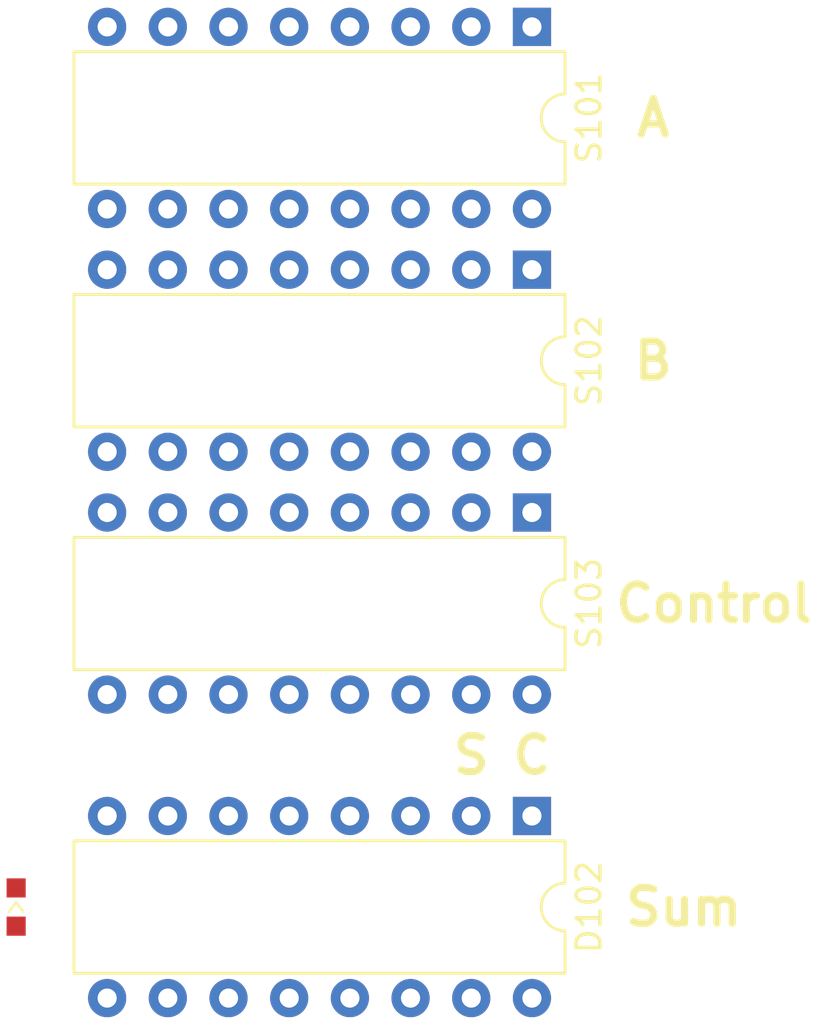
<source format=kicad_pcb>
(kicad_pcb (version 4) (host pcbnew 4.0.5+dfsg1-4)

  (general
    (links 13)
    (no_connects 13)
    (area 129.934999 24.074999 243.301602 89.9168)
    (thickness 1.6)
    (drawings 6)
    (tracks 0)
    (zones 0)
    (modules 5)
    (nets 30)
  )

  (page A4)
  (layers
    (0 F.Cu signal)
    (31 B.Cu signal)
    (32 B.Adhes user)
    (33 F.Adhes user)
    (34 B.Paste user)
    (35 F.Paste user)
    (36 B.SilkS user)
    (37 F.SilkS user)
    (38 B.Mask user)
    (39 F.Mask user)
    (40 Dwgs.User user)
    (41 Cmts.User user)
    (42 Eco1.User user)
    (43 Eco2.User user)
    (44 Edge.Cuts user)
    (45 Margin user)
    (46 B.CrtYd user)
    (47 F.CrtYd user)
    (48 B.Fab user)
    (49 F.Fab user)
  )

  (setup
    (last_trace_width 0.25)
    (trace_clearance 0.2)
    (zone_clearance 0.508)
    (zone_45_only no)
    (trace_min 0.2)
    (segment_width 0.2)
    (edge_width 0.1)
    (via_size 0.6)
    (via_drill 0.4)
    (via_min_size 0.4)
    (via_min_drill 0.3)
    (uvia_size 0.3)
    (uvia_drill 0.1)
    (uvias_allowed no)
    (uvia_min_size 0.2)
    (uvia_min_drill 0.1)
    (pcb_text_width 0.3)
    (pcb_text_size 1.5 1.5)
    (mod_edge_width 0.15)
    (mod_text_size 1 1)
    (mod_text_width 0.15)
    (pad_size 1.5 1.5)
    (pad_drill 0.6)
    (pad_to_mask_clearance 0)
    (aux_axis_origin 0 0)
    (visible_elements FFFFFF7F)
    (pcbplotparams
      (layerselection 0x00030_80000001)
      (usegerberextensions false)
      (excludeedgelayer true)
      (linewidth 0.100000)
      (plotframeref false)
      (viasonmask false)
      (mode 1)
      (useauxorigin false)
      (hpglpennumber 1)
      (hpglpenspeed 20)
      (hpglpendiameter 15)
      (hpglpenoverlay 2)
      (psnegative false)
      (psa4output false)
      (plotreference true)
      (plotvalue true)
      (plotinvisibletext false)
      (padsonsilk false)
      (subtractmaskfromsilk false)
      (outputformat 1)
      (mirror false)
      (drillshape 1)
      (scaleselection 1)
      (outputdirectory ""))
  )

  (net 0 "")
  (net 1 /K)
  (net 2 GND)
  (net 3 /S7)
  (net 4 /S6)
  (net 5 /S5)
  (net 6 /S4)
  (net 7 /S3)
  (net 8 /S2)
  (net 9 /S1)
  (net 10 /S0)
  (net 11 VCC)
  (net 12 /A7)
  (net 13 /A6)
  (net 14 /A5)
  (net 15 /A4)
  (net 16 /A3)
  (net 17 /A2)
  (net 18 /A1)
  (net 19 /A0)
  (net 20 /B7)
  (net 21 /B6)
  (net 22 /B5)
  (net 23 /B4)
  (net 24 /B3)
  (net 25 /B2)
  (net 26 /B1)
  (net 27 /B0)
  (net 28 /SUB)
  (net 29 /C0)

  (net_class Default "This is the default net class."
    (clearance 0.2)
    (trace_width 0.25)
    (via_dia 0.6)
    (via_drill 0.4)
    (uvia_dia 0.3)
    (uvia_drill 0.1)
    (add_net /A0)
    (add_net /A1)
    (add_net /A2)
    (add_net /A3)
    (add_net /A4)
    (add_net /A5)
    (add_net /A6)
    (add_net /A7)
    (add_net /B0)
    (add_net /B1)
    (add_net /B2)
    (add_net /B3)
    (add_net /B4)
    (add_net /B5)
    (add_net /B6)
    (add_net /B7)
    (add_net /C0)
    (add_net /K)
    (add_net /S0)
    (add_net /S1)
    (add_net /S2)
    (add_net /S3)
    (add_net /S4)
    (add_net /S5)
    (add_net /S6)
    (add_net /S7)
    (add_net /SUB)
    (add_net GND)
    (add_net VCC)
  )

  (module KwanSystems:D_0603 (layer F.Cu) (tedit 59096247) (tstamp 59710CEF)
    (at 130.81 62.23 270)
    (descr "LED 0603 smd package")
    (tags "LED led 0603 SMD smd SMT smt smdled SMDLED smtled SMTLED")
    (path /5970F37E)
    (attr smd)
    (fp_text reference D101 (at 1.2 -0.5 270) (layer F.Fab)
      (effects (font (size 0.2 0.2) (thickness 0.015)))
    )
    (fp_text value K (at 1.1 0.5 270) (layer F.Fab)
      (effects (font (size 0.2 0.2) (thickness 0.015)))
    )
    (fp_line (start -0.2 0) (end 0.2 -0.3) (layer F.SilkS) (width 0.1))
    (fp_line (start 0.2 0.3) (end -0.2 0) (layer F.SilkS) (width 0.1))
    (fp_line (start 0.8 0.4) (end -0.8 0.4) (layer F.Fab) (width 0.1))
    (fp_line (start 0.8 -0.4) (end 0.8 0.4) (layer F.Fab) (width 0.1))
    (fp_line (start -0.8 -0.4) (end 0.8 -0.4) (layer F.Fab) (width 0.1))
    (fp_line (start -0.8 0.4) (end -0.8 -0.4) (layer F.Fab) (width 0.1))
    (fp_line (start 1.45 -0.65) (end 1.45 0.65) (layer F.CrtYd) (width 0.05))
    (fp_line (start 1.45 0.65) (end -1.45 0.65) (layer F.CrtYd) (width 0.05))
    (fp_line (start -1.45 0.65) (end -1.45 -0.65) (layer F.CrtYd) (width 0.05))
    (fp_line (start -1.45 -0.65) (end 1.45 -0.65) (layer F.CrtYd) (width 0.05))
    (pad 2 smd rect (at 0.8 0 90) (size 0.8 0.8) (layers F.Cu F.Paste F.Mask)
      (net 1 /K))
    (pad 1 smd rect (at -0.8 0 90) (size 0.8 0.8) (layers F.Cu F.Paste F.Mask)
      (net 2 GND))
    (model LEDs.3dshapes/LED_0603.wrl
      (at (xyz 0 0 0))
      (scale (xyz 1 1 1))
      (rotate (xyz 0 0 180))
    )
  )

  (module Housings_DIP:DIP-16_W7.62mm (layer F.Cu) (tedit 58CC8E2D) (tstamp 59710D13)
    (at 152.4 58.42 270)
    (descr "16-lead dip package, row spacing 7.62 mm (300 mils)")
    (tags "DIL DIP PDIP 2.54mm 7.62mm 300mil")
    (path /59710800)
    (fp_text reference D102 (at 3.81 -2.39 270) (layer F.SilkS)
      (effects (font (size 1 1) (thickness 0.15)))
    )
    (fp_text value S (at 3.81 20.17 270) (layer F.Fab)
      (effects (font (size 1 1) (thickness 0.15)))
    )
    (fp_text user %R (at 3.81 8.89 270) (layer F.Fab)
      (effects (font (size 1 1) (thickness 0.15)))
    )
    (fp_line (start 1.635 -1.27) (end 6.985 -1.27) (layer F.Fab) (width 0.1))
    (fp_line (start 6.985 -1.27) (end 6.985 19.05) (layer F.Fab) (width 0.1))
    (fp_line (start 6.985 19.05) (end 0.635 19.05) (layer F.Fab) (width 0.1))
    (fp_line (start 0.635 19.05) (end 0.635 -0.27) (layer F.Fab) (width 0.1))
    (fp_line (start 0.635 -0.27) (end 1.635 -1.27) (layer F.Fab) (width 0.1))
    (fp_line (start 2.81 -1.39) (end 1.04 -1.39) (layer F.SilkS) (width 0.12))
    (fp_line (start 1.04 -1.39) (end 1.04 19.17) (layer F.SilkS) (width 0.12))
    (fp_line (start 1.04 19.17) (end 6.58 19.17) (layer F.SilkS) (width 0.12))
    (fp_line (start 6.58 19.17) (end 6.58 -1.39) (layer F.SilkS) (width 0.12))
    (fp_line (start 6.58 -1.39) (end 4.81 -1.39) (layer F.SilkS) (width 0.12))
    (fp_line (start -1.1 -1.6) (end -1.1 19.3) (layer F.CrtYd) (width 0.05))
    (fp_line (start -1.1 19.3) (end 8.7 19.3) (layer F.CrtYd) (width 0.05))
    (fp_line (start 8.7 19.3) (end 8.7 -1.6) (layer F.CrtYd) (width 0.05))
    (fp_line (start 8.7 -1.6) (end -1.1 -1.6) (layer F.CrtYd) (width 0.05))
    (fp_arc (start 3.81 -1.39) (end 2.81 -1.39) (angle -180) (layer F.SilkS) (width 0.12))
    (pad 1 thru_hole rect (at 0 0 270) (size 1.6 1.6) (drill 0.8) (layers *.Cu *.Mask)
      (net 2 GND))
    (pad 9 thru_hole oval (at 7.62 17.78 270) (size 1.6 1.6) (drill 0.8) (layers *.Cu *.Mask)
      (net 3 /S7))
    (pad 2 thru_hole oval (at 0 2.54 270) (size 1.6 1.6) (drill 0.8) (layers *.Cu *.Mask)
      (net 2 GND))
    (pad 10 thru_hole oval (at 7.62 15.24 270) (size 1.6 1.6) (drill 0.8) (layers *.Cu *.Mask)
      (net 4 /S6))
    (pad 3 thru_hole oval (at 0 5.08 270) (size 1.6 1.6) (drill 0.8) (layers *.Cu *.Mask)
      (net 2 GND))
    (pad 11 thru_hole oval (at 7.62 12.7 270) (size 1.6 1.6) (drill 0.8) (layers *.Cu *.Mask)
      (net 5 /S5))
    (pad 4 thru_hole oval (at 0 7.62 270) (size 1.6 1.6) (drill 0.8) (layers *.Cu *.Mask)
      (net 2 GND))
    (pad 12 thru_hole oval (at 7.62 10.16 270) (size 1.6 1.6) (drill 0.8) (layers *.Cu *.Mask)
      (net 6 /S4))
    (pad 5 thru_hole oval (at 0 10.16 270) (size 1.6 1.6) (drill 0.8) (layers *.Cu *.Mask)
      (net 2 GND))
    (pad 13 thru_hole oval (at 7.62 7.62 270) (size 1.6 1.6) (drill 0.8) (layers *.Cu *.Mask)
      (net 7 /S3))
    (pad 6 thru_hole oval (at 0 12.7 270) (size 1.6 1.6) (drill 0.8) (layers *.Cu *.Mask)
      (net 2 GND))
    (pad 14 thru_hole oval (at 7.62 5.08 270) (size 1.6 1.6) (drill 0.8) (layers *.Cu *.Mask)
      (net 8 /S2))
    (pad 7 thru_hole oval (at 0 15.24 270) (size 1.6 1.6) (drill 0.8) (layers *.Cu *.Mask)
      (net 2 GND))
    (pad 15 thru_hole oval (at 7.62 2.54 270) (size 1.6 1.6) (drill 0.8) (layers *.Cu *.Mask)
      (net 9 /S1))
    (pad 8 thru_hole oval (at 0 17.78 270) (size 1.6 1.6) (drill 0.8) (layers *.Cu *.Mask)
      (net 2 GND))
    (pad 16 thru_hole oval (at 7.62 0 270) (size 1.6 1.6) (drill 0.8) (layers *.Cu *.Mask)
      (net 10 /S0))
    (model ${KISYS3DMOD}/Housings_DIP.3dshapes/DIP-16_W7.62mm.wrl
      (at (xyz 0 0 0))
      (scale (xyz 1 1 1))
      (rotate (xyz 0 0 0))
    )
  )

  (module Housings_DIP:DIP-16_W7.62mm locked (layer F.Cu) (tedit 58CC8E2D) (tstamp 59710D37)
    (at 152.4 25.4 270)
    (descr "16-lead dip package, row spacing 7.62 mm (300 mils)")
    (tags "DIL DIP PDIP 2.54mm 7.62mm 300mil")
    (path /5970FD98)
    (fp_text reference S101 (at 3.81 -2.39 270) (layer F.SilkS)
      (effects (font (size 1 1) (thickness 0.15)))
    )
    (fp_text value A (at 3.81 20.17 270) (layer F.Fab)
      (effects (font (size 1 1) (thickness 0.15)))
    )
    (fp_text user %R (at 3.81 8.89 270) (layer F.Fab)
      (effects (font (size 1 1) (thickness 0.15)))
    )
    (fp_line (start 1.635 -1.27) (end 6.985 -1.27) (layer F.Fab) (width 0.1))
    (fp_line (start 6.985 -1.27) (end 6.985 19.05) (layer F.Fab) (width 0.1))
    (fp_line (start 6.985 19.05) (end 0.635 19.05) (layer F.Fab) (width 0.1))
    (fp_line (start 0.635 19.05) (end 0.635 -0.27) (layer F.Fab) (width 0.1))
    (fp_line (start 0.635 -0.27) (end 1.635 -1.27) (layer F.Fab) (width 0.1))
    (fp_line (start 2.81 -1.39) (end 1.04 -1.39) (layer F.SilkS) (width 0.12))
    (fp_line (start 1.04 -1.39) (end 1.04 19.17) (layer F.SilkS) (width 0.12))
    (fp_line (start 1.04 19.17) (end 6.58 19.17) (layer F.SilkS) (width 0.12))
    (fp_line (start 6.58 19.17) (end 6.58 -1.39) (layer F.SilkS) (width 0.12))
    (fp_line (start 6.58 -1.39) (end 4.81 -1.39) (layer F.SilkS) (width 0.12))
    (fp_line (start -1.1 -1.6) (end -1.1 19.3) (layer F.CrtYd) (width 0.05))
    (fp_line (start -1.1 19.3) (end 8.7 19.3) (layer F.CrtYd) (width 0.05))
    (fp_line (start 8.7 19.3) (end 8.7 -1.6) (layer F.CrtYd) (width 0.05))
    (fp_line (start 8.7 -1.6) (end -1.1 -1.6) (layer F.CrtYd) (width 0.05))
    (fp_arc (start 3.81 -1.39) (end 2.81 -1.39) (angle -180) (layer F.SilkS) (width 0.12))
    (pad 1 thru_hole rect (at 0 0 270) (size 1.6 1.6) (drill 0.8) (layers *.Cu *.Mask)
      (net 11 VCC))
    (pad 9 thru_hole oval (at 7.62 17.78 270) (size 1.6 1.6) (drill 0.8) (layers *.Cu *.Mask)
      (net 12 /A7))
    (pad 2 thru_hole oval (at 0 2.54 270) (size 1.6 1.6) (drill 0.8) (layers *.Cu *.Mask))
    (pad 10 thru_hole oval (at 7.62 15.24 270) (size 1.6 1.6) (drill 0.8) (layers *.Cu *.Mask)
      (net 13 /A6))
    (pad 3 thru_hole oval (at 0 5.08 270) (size 1.6 1.6) (drill 0.8) (layers *.Cu *.Mask))
    (pad 11 thru_hole oval (at 7.62 12.7 270) (size 1.6 1.6) (drill 0.8) (layers *.Cu *.Mask)
      (net 14 /A5))
    (pad 4 thru_hole oval (at 0 7.62 270) (size 1.6 1.6) (drill 0.8) (layers *.Cu *.Mask))
    (pad 12 thru_hole oval (at 7.62 10.16 270) (size 1.6 1.6) (drill 0.8) (layers *.Cu *.Mask)
      (net 15 /A4))
    (pad 5 thru_hole oval (at 0 10.16 270) (size 1.6 1.6) (drill 0.8) (layers *.Cu *.Mask))
    (pad 13 thru_hole oval (at 7.62 7.62 270) (size 1.6 1.6) (drill 0.8) (layers *.Cu *.Mask)
      (net 16 /A3))
    (pad 6 thru_hole oval (at 0 12.7 270) (size 1.6 1.6) (drill 0.8) (layers *.Cu *.Mask))
    (pad 14 thru_hole oval (at 7.62 5.08 270) (size 1.6 1.6) (drill 0.8) (layers *.Cu *.Mask)
      (net 17 /A2))
    (pad 7 thru_hole oval (at 0 15.24 270) (size 1.6 1.6) (drill 0.8) (layers *.Cu *.Mask))
    (pad 15 thru_hole oval (at 7.62 2.54 270) (size 1.6 1.6) (drill 0.8) (layers *.Cu *.Mask)
      (net 18 /A1))
    (pad 8 thru_hole oval (at 0 17.78 270) (size 1.6 1.6) (drill 0.8) (layers *.Cu *.Mask)
      (net 2 GND))
    (pad 16 thru_hole oval (at 7.62 0 270) (size 1.6 1.6) (drill 0.8) (layers *.Cu *.Mask)
      (net 19 /A0))
    (model ${KISYS3DMOD}/Housings_DIP.3dshapes/DIP-16_W7.62mm.wrl
      (at (xyz 0 0 0))
      (scale (xyz 1 1 1))
      (rotate (xyz 0 0 0))
    )
  )

  (module Housings_DIP:DIP-16_W7.62mm (layer F.Cu) (tedit 58CC8E2D) (tstamp 59710D5B)
    (at 152.4 35.56 270)
    (descr "16-lead dip package, row spacing 7.62 mm (300 mils)")
    (tags "DIL DIP PDIP 2.54mm 7.62mm 300mil")
    (path /59710157)
    (fp_text reference S102 (at 3.81 -2.39 270) (layer F.SilkS)
      (effects (font (size 1 1) (thickness 0.15)))
    )
    (fp_text value B (at 3.81 20.17 270) (layer F.Fab)
      (effects (font (size 1 1) (thickness 0.15)))
    )
    (fp_text user %R (at 3.81 8.89 270) (layer F.Fab)
      (effects (font (size 1 1) (thickness 0.15)))
    )
    (fp_line (start 1.635 -1.27) (end 6.985 -1.27) (layer F.Fab) (width 0.1))
    (fp_line (start 6.985 -1.27) (end 6.985 19.05) (layer F.Fab) (width 0.1))
    (fp_line (start 6.985 19.05) (end 0.635 19.05) (layer F.Fab) (width 0.1))
    (fp_line (start 0.635 19.05) (end 0.635 -0.27) (layer F.Fab) (width 0.1))
    (fp_line (start 0.635 -0.27) (end 1.635 -1.27) (layer F.Fab) (width 0.1))
    (fp_line (start 2.81 -1.39) (end 1.04 -1.39) (layer F.SilkS) (width 0.12))
    (fp_line (start 1.04 -1.39) (end 1.04 19.17) (layer F.SilkS) (width 0.12))
    (fp_line (start 1.04 19.17) (end 6.58 19.17) (layer F.SilkS) (width 0.12))
    (fp_line (start 6.58 19.17) (end 6.58 -1.39) (layer F.SilkS) (width 0.12))
    (fp_line (start 6.58 -1.39) (end 4.81 -1.39) (layer F.SilkS) (width 0.12))
    (fp_line (start -1.1 -1.6) (end -1.1 19.3) (layer F.CrtYd) (width 0.05))
    (fp_line (start -1.1 19.3) (end 8.7 19.3) (layer F.CrtYd) (width 0.05))
    (fp_line (start 8.7 19.3) (end 8.7 -1.6) (layer F.CrtYd) (width 0.05))
    (fp_line (start 8.7 -1.6) (end -1.1 -1.6) (layer F.CrtYd) (width 0.05))
    (fp_arc (start 3.81 -1.39) (end 2.81 -1.39) (angle -180) (layer F.SilkS) (width 0.12))
    (pad 1 thru_hole rect (at 0 0 270) (size 1.6 1.6) (drill 0.8) (layers *.Cu *.Mask)
      (net 11 VCC))
    (pad 9 thru_hole oval (at 7.62 17.78 270) (size 1.6 1.6) (drill 0.8) (layers *.Cu *.Mask)
      (net 20 /B7))
    (pad 2 thru_hole oval (at 0 2.54 270) (size 1.6 1.6) (drill 0.8) (layers *.Cu *.Mask))
    (pad 10 thru_hole oval (at 7.62 15.24 270) (size 1.6 1.6) (drill 0.8) (layers *.Cu *.Mask)
      (net 21 /B6))
    (pad 3 thru_hole oval (at 0 5.08 270) (size 1.6 1.6) (drill 0.8) (layers *.Cu *.Mask))
    (pad 11 thru_hole oval (at 7.62 12.7 270) (size 1.6 1.6) (drill 0.8) (layers *.Cu *.Mask)
      (net 22 /B5))
    (pad 4 thru_hole oval (at 0 7.62 270) (size 1.6 1.6) (drill 0.8) (layers *.Cu *.Mask))
    (pad 12 thru_hole oval (at 7.62 10.16 270) (size 1.6 1.6) (drill 0.8) (layers *.Cu *.Mask)
      (net 23 /B4))
    (pad 5 thru_hole oval (at 0 10.16 270) (size 1.6 1.6) (drill 0.8) (layers *.Cu *.Mask))
    (pad 13 thru_hole oval (at 7.62 7.62 270) (size 1.6 1.6) (drill 0.8) (layers *.Cu *.Mask)
      (net 24 /B3))
    (pad 6 thru_hole oval (at 0 12.7 270) (size 1.6 1.6) (drill 0.8) (layers *.Cu *.Mask))
    (pad 14 thru_hole oval (at 7.62 5.08 270) (size 1.6 1.6) (drill 0.8) (layers *.Cu *.Mask)
      (net 25 /B2))
    (pad 7 thru_hole oval (at 0 15.24 270) (size 1.6 1.6) (drill 0.8) (layers *.Cu *.Mask))
    (pad 15 thru_hole oval (at 7.62 2.54 270) (size 1.6 1.6) (drill 0.8) (layers *.Cu *.Mask)
      (net 26 /B1))
    (pad 8 thru_hole oval (at 0 17.78 270) (size 1.6 1.6) (drill 0.8) (layers *.Cu *.Mask)
      (net 2 GND))
    (pad 16 thru_hole oval (at 7.62 0 270) (size 1.6 1.6) (drill 0.8) (layers *.Cu *.Mask)
      (net 27 /B0))
    (model ${KISYS3DMOD}/Housings_DIP.3dshapes/DIP-16_W7.62mm.wrl
      (at (xyz 0 0 0))
      (scale (xyz 1 1 1))
      (rotate (xyz 0 0 0))
    )
  )

  (module Housings_DIP:DIP-16_W7.62mm (layer F.Cu) (tedit 58CC8E2D) (tstamp 59710D7F)
    (at 152.4 45.72 270)
    (descr "16-lead dip package, row spacing 7.62 mm (300 mils)")
    (tags "DIL DIP PDIP 2.54mm 7.62mm 300mil")
    (path /59710E50)
    (fp_text reference S103 (at 3.81 -2.39 270) (layer F.SilkS)
      (effects (font (size 1 1) (thickness 0.15)))
    )
    (fp_text value C (at 3.81 20.17 270) (layer F.Fab)
      (effects (font (size 1 1) (thickness 0.15)))
    )
    (fp_text user %R (at 3.81 8.89 270) (layer F.Fab)
      (effects (font (size 1 1) (thickness 0.15)))
    )
    (fp_line (start 1.635 -1.27) (end 6.985 -1.27) (layer F.Fab) (width 0.1))
    (fp_line (start 6.985 -1.27) (end 6.985 19.05) (layer F.Fab) (width 0.1))
    (fp_line (start 6.985 19.05) (end 0.635 19.05) (layer F.Fab) (width 0.1))
    (fp_line (start 0.635 19.05) (end 0.635 -0.27) (layer F.Fab) (width 0.1))
    (fp_line (start 0.635 -0.27) (end 1.635 -1.27) (layer F.Fab) (width 0.1))
    (fp_line (start 2.81 -1.39) (end 1.04 -1.39) (layer F.SilkS) (width 0.12))
    (fp_line (start 1.04 -1.39) (end 1.04 19.17) (layer F.SilkS) (width 0.12))
    (fp_line (start 1.04 19.17) (end 6.58 19.17) (layer F.SilkS) (width 0.12))
    (fp_line (start 6.58 19.17) (end 6.58 -1.39) (layer F.SilkS) (width 0.12))
    (fp_line (start 6.58 -1.39) (end 4.81 -1.39) (layer F.SilkS) (width 0.12))
    (fp_line (start -1.1 -1.6) (end -1.1 19.3) (layer F.CrtYd) (width 0.05))
    (fp_line (start -1.1 19.3) (end 8.7 19.3) (layer F.CrtYd) (width 0.05))
    (fp_line (start 8.7 19.3) (end 8.7 -1.6) (layer F.CrtYd) (width 0.05))
    (fp_line (start 8.7 -1.6) (end -1.1 -1.6) (layer F.CrtYd) (width 0.05))
    (fp_arc (start 3.81 -1.39) (end 2.81 -1.39) (angle -180) (layer F.SilkS) (width 0.12))
    (pad 1 thru_hole rect (at 0 0 270) (size 1.6 1.6) (drill 0.8) (layers *.Cu *.Mask)
      (net 11 VCC))
    (pad 9 thru_hole oval (at 7.62 17.78 270) (size 1.6 1.6) (drill 0.8) (layers *.Cu *.Mask))
    (pad 2 thru_hole oval (at 0 2.54 270) (size 1.6 1.6) (drill 0.8) (layers *.Cu *.Mask))
    (pad 10 thru_hole oval (at 7.62 15.24 270) (size 1.6 1.6) (drill 0.8) (layers *.Cu *.Mask))
    (pad 3 thru_hole oval (at 0 5.08 270) (size 1.6 1.6) (drill 0.8) (layers *.Cu *.Mask))
    (pad 11 thru_hole oval (at 7.62 12.7 270) (size 1.6 1.6) (drill 0.8) (layers *.Cu *.Mask))
    (pad 4 thru_hole oval (at 0 7.62 270) (size 1.6 1.6) (drill 0.8) (layers *.Cu *.Mask))
    (pad 12 thru_hole oval (at 7.62 10.16 270) (size 1.6 1.6) (drill 0.8) (layers *.Cu *.Mask))
    (pad 5 thru_hole oval (at 0 10.16 270) (size 1.6 1.6) (drill 0.8) (layers *.Cu *.Mask))
    (pad 13 thru_hole oval (at 7.62 7.62 270) (size 1.6 1.6) (drill 0.8) (layers *.Cu *.Mask))
    (pad 6 thru_hole oval (at 0 12.7 270) (size 1.6 1.6) (drill 0.8) (layers *.Cu *.Mask))
    (pad 14 thru_hole oval (at 7.62 5.08 270) (size 1.6 1.6) (drill 0.8) (layers *.Cu *.Mask))
    (pad 7 thru_hole oval (at 0 15.24 270) (size 1.6 1.6) (drill 0.8) (layers *.Cu *.Mask))
    (pad 15 thru_hole oval (at 7.62 2.54 270) (size 1.6 1.6) (drill 0.8) (layers *.Cu *.Mask)
      (net 28 /SUB))
    (pad 8 thru_hole oval (at 0 17.78 270) (size 1.6 1.6) (drill 0.8) (layers *.Cu *.Mask)
      (net 2 GND))
    (pad 16 thru_hole oval (at 7.62 0 270) (size 1.6 1.6) (drill 0.8) (layers *.Cu *.Mask)
      (net 29 /C0))
    (model ${KISYS3DMOD}/Housings_DIP.3dshapes/DIP-16_W7.62mm.wrl
      (at (xyz 0 0 0))
      (scale (xyz 1 1 1))
      (rotate (xyz 0 0 0))
    )
  )

  (gr_text Sum (at 158.75 62.23) (layer F.SilkS)
    (effects (font (size 1.5 1.5) (thickness 0.3)))
  )
  (gr_text S (at 149.86 55.88) (layer F.SilkS)
    (effects (font (size 1.5 1.5) (thickness 0.3)))
  )
  (gr_text C (at 152.4 55.88) (layer F.SilkS)
    (effects (font (size 1.5 1.5) (thickness 0.3)))
  )
  (gr_text Control (at 160.02 49.53) (layer F.SilkS)
    (effects (font (size 1.5 1.5) (thickness 0.3)))
  )
  (gr_text B (at 157.48 39.37) (layer F.SilkS)
    (effects (font (size 1.5 1.5) (thickness 0.3)))
  )
  (gr_text A (at 157.48 29.21) (layer F.SilkS)
    (effects (font (size 1.5 1.5) (thickness 0.3)))
  )

)

</source>
